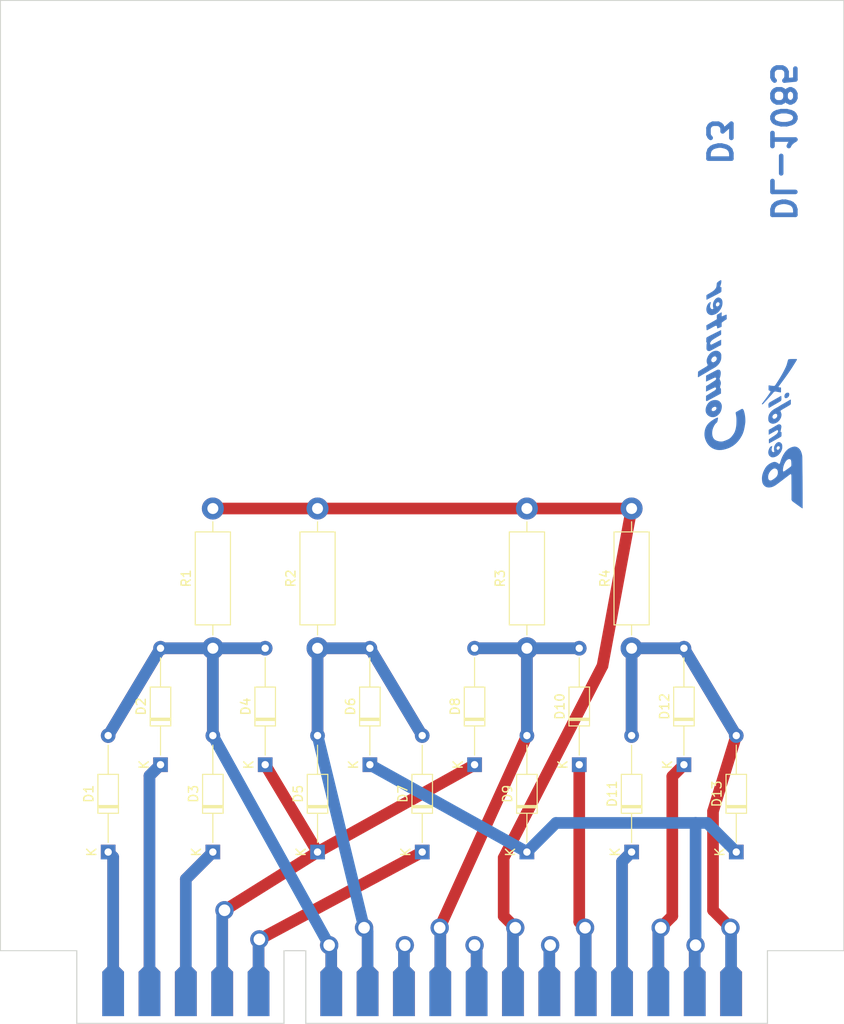
<source format=kicad_pcb>
(kicad_pcb (version 20211014) (generator pcbnew)
  (layers (0 "F.Cu" signal) (31 "B.Cu" signal) (34 "B.Paste" user) (35 "F.Paste" user) (36 "B.SilkS" user "B.Silkscreen") (37 "F.SilkS" user "F.Silkscreen") (38 "B.Mask" user) (39 "F.Mask" user) (44 "Edge.Cuts" user))
  (net 0 "")
  (net 1 "/+100V")
  (net 2 "/C_{1}")
  (net 3 "/C_{2}")
  (net 4 "/C_{3}")
  (net 5 "/C_{7}")
  (net 6 "/P_{1,2,3,4}")
  (net 7 "/C_{4,5,8}")
  (net 8 "/P_{5,6,7}")
  (net 9 "/C_{6,9,13}")
  (net 10 "/P_{8,9,10}")
  (net 11 "/C_{10}")
  (net 12 "/C_{11}")
  (net 13 "/P_{11,12,13}")
  (net 14 "/C_{12}")
  (net 15 "/NC3")
  (net 16 "/NC2")
  (net 17 "/NC1")
  (footprint "Diode_THT:D_DO-35_SOD27_P12.70mm_Horizontal" (layer "F.Cu") (at 128.905 133.35 90)
    (fp_text reference "D4")
    (fp_text value "1N4007")
  )
  (footprint "Resistor_THT:R_Axial_DIN0411_L9.9mm_D3.6mm_P15.24mm_Horizontal" (layer "F.Cu") (at 134.62 120.65 90)
    (fp_text reference "R2")
    (fp_text value "110K 1/2W 5%")
  )
  (footprint "Diode_THT:D_DO-35_SOD27_P12.70mm_Horizontal" (layer "F.Cu") (at 123.19 142.875 90)
    (fp_text reference "D3")
    (fp_text value "1N4007")
  )
  (footprint "Diode_THT:D_DO-35_SOD27_P12.70mm_Horizontal" (layer "F.Cu") (at 157.48 142.875 90)
    (fp_text reference "D9")
    (fp_text value "1N4007")
  )
  (footprint "Diode_THT:D_DO-35_SOD27_P12.70mm_Horizontal" (layer "F.Cu") (at 151.765 133.35 90)
    (fp_text reference "D8")
    (fp_text value "1N4007")
  )
  (footprint "Diode_THT:D_DO-35_SOD27_P12.70mm_Horizontal" (layer "F.Cu") (at 111.76 142.875 90)
    (fp_text reference "D1")
    (fp_text value "1N4007")
  )
  (footprint "Diode_THT:D_DO-35_SOD27_P12.70mm_Horizontal" (layer "F.Cu") (at 140.335 133.35 90)
    (fp_text reference "D6")
    (fp_text value "1N4007")
  )
  (footprint "Bendix_G15:Card_Edge_P_Key" (layer "F.Cu") (at 146.0375 153.632)
    (fp_text reference "J1")
    (fp_text value "Conn_02x18_Row_Letter_First")
    (fp_line (start -15.08125 0) (end -15.08125 7.9375) (layer "Edge.Cuts") (width 0.12))
    (fp_line (start -37.703125 7.9375) (end -37.703125 0) (layer "Edge.Cuts") (width 0.12))
    (fp_line (start 37.703125 0) (end 37.703125 7.9375) (layer "Edge.Cuts") (width 0.12))
    (fp_line (start 37.703125 7.9375) (end -12.7 7.9375) (layer "Edge.Cuts") (width 0.12))
    (fp_line (start -15.08125 7.9375) (end -37.703125 7.9375) (layer "Edge.Cuts") (width 0.12))
    (fp_line (start -12.7 7.9375) (end -12.7 0) (layer "Edge.Cuts") (width 0.12))
    (fp_line (start -15.08125 0) (end -12.7 0) (layer "Edge.Cuts") (width 0.12))
  )
  (footprint "Diode_THT:D_DO-35_SOD27_P12.70mm_Horizontal" (layer "F.Cu") (at 174.625 133.35 90)
    (fp_text reference "D12")
    (fp_text value "1N4007")
  )
  (footprint "Diode_THT:D_DO-35_SOD27_P12.70mm_Horizontal" (layer "F.Cu") (at 134.62 142.875 90)
    (fp_text reference "D5")
    (fp_text value "1N4007")
  )
  (footprint "Resistor_THT:R_Axial_DIN0411_L9.9mm_D3.6mm_P15.24mm_Horizontal" (layer "F.Cu") (at 123.19 120.65 90)
    (fp_text reference "R1")
    (fp_text value "110K 1/2W 5%")
  )
  (footprint "Resistor_THT:R_Axial_DIN0411_L9.9mm_D3.6mm_P15.24mm_Horizontal" (layer "F.Cu") (at 168.91 120.65 90)
    (fp_text reference "R4")
    (fp_text value "110K 1/2W 5%")
  )
  (footprint "Resistor_THT:R_Axial_DIN0411_L9.9mm_D3.6mm_P15.24mm_Horizontal" (layer "F.Cu") (at 157.48 120.65 90)
    (fp_text reference "R3")
    (fp_text value "110K 1/2W 5%")
  )
  (footprint "Diode_THT:D_DO-35_SOD27_P12.70mm_Horizontal" (layer "F.Cu") (at 117.475 133.35 90)
    (fp_text reference "D2")
    (fp_text value "1N4007")
  )
  (footprint "Diode_THT:D_DO-35_SOD27_P12.70mm_Horizontal" (layer "F.Cu") (at 163.195 133.35 90)
    (fp_text reference "D10")
    (fp_text value "1N4007")
  )
  (footprint "Diode_THT:D_DO-35_SOD27_P12.70mm_Horizontal" (layer "F.Cu") (at 146.05 142.875 90)
    (fp_text reference "D7")
    (fp_text value "1N4007")
  )
  (footprint "Diode_THT:D_DO-35_SOD27_P12.70mm_Horizontal" (layer "F.Cu") (at 180.34 142.875 90)
    (fp_text reference "D13")
    (fp_text value "1N4007")
  )
  (footprint "Diode_THT:D_DO-35_SOD27_P12.70mm_Horizontal" (layer "F.Cu") (at 168.91 142.875 90)
    (fp_text reference "D11")
    (fp_text value "1N4007")
  )
  (footprint "LOGO" (layer "B.Cu") (at 185.42 97.155 90)
    (fp_text reference "G***" hide)
    (fp_text value "LOGO" hide)
  )
  (footprint "LOGO" (layer "B.Cu") (at 179.07 89.535 90)
    (fp_text reference "G***" hide)
    (fp_text value "LOGO" hide)
  )
  (gr_line (start 100 50) (end 192.075 50) (layer "Edge.Cuts") (width 0.1))
  (gr_line (start 192.075 50) (end 192.075 153.632) (layer "Edge.Cuts") (width 0.1))
  (gr_line (start 108.334375 153.632) (end 100 153.632) (layer "Edge.Cuts") (width 0.1))
  (gr_line (start 100 50) (end 100 153.632) (layer "Edge.Cuts") (width 0.1))
  (gr_line (start 183.740625 153.632) (end 192.075 153.632) (layer "Edge.Cuts") (width 0.1))
  (gr_text "D3" (at 178.435 65.405 270) (layer "B.Cu") (effects (font (size 2.5 2.5) (thickness 0.5)) (justify mirror)))
  (gr_text "DL-1085" (at 185.42 65.405 270) (layer "B.Cu") (effects (font (size 2.5 2.5) (thickness 0.5)) (justify mirror)))
  (segment (start 155.959375 151.380625) (end 156.21 151.13) (width 1.27) (layer "F.Cu") (net 1))
  (segment (start 154.94 143.51) (end 165.735 122.555) (width 1.27) (layer "F.Cu") (net 1))
  (segment (start 165.735 122.555) (end 168.91 105.41) (width 1.27) (layer "F.Cu") (net 1))
  (segment (start 154.94 149.86) (end 154.94 143.51) (width 1.27) (layer "F.Cu") (net 1))
  (segment (start 156.21 151.13) (end 154.94 149.86) (width 1.27) (layer "F.Cu") (net 1))
  (segment (start 155.959375 157.997625) (end 155.959375 151.380625) (width 1.27) (layer "F.Cu") (net 1))
  (segment (start 123.19 105.41) (end 168.91 105.41) (width 1.27) (layer "F.Cu") (net 1))
  (via (at 156.21 151.13) (size 2) (drill 1.27) (layers "F.Cu" "B.Cu") (net 1))
  (segment (start 155.959375 157.997625) (end 155.959375 151.380625) (width 1.27) (layer "B.Cu") (net 1))
  (segment (start 155.959375 151.380625) (end 156.21 151.13) (width 1.27) (layer "B.Cu") (net 1))
  (segment (start 112.303125 157.997625) (end 112.303125 143.418125) (width 1.27) (layer "F.Cu") (net 2))
  (segment (start 112.303125 143.418125) (end 111.76 142.875) (width 1.27) (layer "F.Cu") (net 2))
  (segment (start 112.303125 143.418125) (end 111.76 142.875) (width 1.27) (layer "B.Cu") (net 2))
  (segment (start 112.303125 157.997625) (end 112.303125 143.418125) (width 1.27) (layer "B.Cu") (net 2))
  (segment (start 116.271875 134.553125) (end 117.475 133.35) (width 1.27) (layer "F.Cu") (net 3))
  (segment (start 116.271875 157.997625) (end 116.271875 134.553125) (width 1.27) (layer "F.Cu") (net 3))
  (segment (start 116.271875 157.997625) (end 116.271875 134.553125) (width 1.27) (layer "B.Cu") (net 3))
  (segment (start 116.271875 134.553125) (end 117.475 133.35) (width 1.27) (layer "B.Cu") (net 3))
  (segment (start 120.240625 157.997625) (end 120.240625 145.824375) (width 1.27) (layer "F.Cu") (net 4))
  (segment (start 120.240625 145.824375) (end 123.19 142.875) (width 1.27) (layer "F.Cu") (net 4))
  (segment (start 120.240625 145.824375) (end 123.19 142.875) (width 1.27) (layer "B.Cu") (net 4))
  (segment (start 120.240625 157.997625) (end 120.240625 145.824375) (width 1.27) (layer "B.Cu") (net 4))
  (segment (start 128.178125 157.997625) (end 128.178125 152.491875) (width 1.27) (layer "F.Cu") (net 5))
  (segment (start 128.178125 152.491875) (end 128.27 152.4) (width 1.27) (layer "F.Cu") (net 5))
  (segment (start 128.27 152.4) (end 146.05 142.875) (width 1.27) (layer "F.Cu") (net 5))
  (via (at 128.27 152.4) (size 2) (drill 1.27) (layers "F.Cu" "B.Cu") (net 5))
  (segment (start 128.178125 157.997625) (end 128.178125 152.491875) (width 1.27) (layer "B.Cu") (net 5))
  (segment (start 128.178125 152.491875) (end 128.27 152.4) (width 1.27) (layer "B.Cu") (net 5))
  (segment (start 136.115625 153.260625) (end 135.89 153.035) (width 1.27) (layer "F.Cu") (net 6))
  (segment (start 128.905 120.65) (end 117.475 120.65) (width 1.27) (layer "F.Cu") (net 6))
  (segment (start 111.76 130.175) (end 117.475 120.65) (width 1.27) (layer "F.Cu") (net 6))
  (segment (start 123.19 130.175) (end 123.19 120.65) (width 1.27) (layer "F.Cu") (net 6))
  (segment (start 136.115625 157.997625) (end 136.115625 153.260625) (width 1.27) (layer "F.Cu") (net 6))
  (via (at 135.89 153.035) (size 2) (drill 1.27) (layers "F.Cu" "B.Cu") (net 6))
  (segment (start 111.76 130.175) (end 117.475 120.65) (width 1.27) (layer "B.Cu") (net 6))
  (segment (start 123.19 120.65) (end 117.475 120.65) (width 1.27) (layer "B.Cu") (net 6))
  (segment (start 135.89 153.035) (end 123.19 130.175) (width 1.27) (layer "B.Cu") (net 6))
  (segment (start 136.115625 153.260625) (end 135.89 153.035) (width 1.27) (layer "B.Cu") (net 6))
  (segment (start 128.905 120.65) (end 123.19 120.65) (width 1.27) (layer "B.Cu") (net 6))
  (segment (start 123.19 130.175) (end 123.19 120.65) (width 1.27) (layer "B.Cu") (net 6))
  (segment (start 136.115625 157.997625) (end 136.115625 153.260625) (width 1.27) (layer "B.Cu") (net 6))
  (segment (start 124.209375 157.997625) (end 124.209375 149.475625) (width 1.27) (layer "F.Cu") (net 7))
  (segment (start 124.209375 149.475625) (end 124.46 149.225) (width 1.27) (layer "F.Cu") (net 7))
  (segment (start 134.62 142.875) (end 128.905 133.35) (width 1.27) (layer "F.Cu") (net 7))
  (segment (start 134.62 142.875) (end 151.765 133.35) (width 1.27) (layer "F.Cu") (net 7))
  (segment (start 124.46 149.225) (end 134.62 142.875) (width 1.27) (layer "F.Cu") (net 7))
  (via (at 124.46 149.225) (size 2) (drill 1.27) (layers "F.Cu" "B.Cu") (net 7))
  (segment (start 124.209375 149.475625) (end 124.46 149.225) (width 1.27) (layer "B.Cu") (net 7))
  (segment (start 124.209375 157.997625) (end 124.209375 149.475625) (width 1.27) (layer "B.Cu") (net 7))
  (segment (start 140.084375 157.997625) (end 140.084375 151.514375) (width 1.27) (layer "F.Cu") (net 8))
  (segment (start 134.62 120.65) (end 140.335 120.65) (width 1.27) (layer "F.Cu") (net 8))
  (segment (start 146.05 130.175) (end 140.335 120.65) (width 1.27) (layer "F.Cu") (net 8))
  (segment (start 134.62 130.175) (end 134.62 120.65) (width 1.27) (layer "F.Cu") (net 8))
  (segment (start 140.084375 151.514375) (end 139.7 151.13) (width 1.27) (layer "F.Cu") (net 8))
  (via (at 139.7 151.13) (size 2) (drill 1.27) (layers "F.Cu" "B.Cu") (net 8))
  (segment (start 139.7 151.13) (end 134.62 130.175) (width 1.27) (layer "B.Cu") (net 8))
  (segment (start 140.084375 157.997625) (end 140.084375 151.514375) (width 1.27) (layer "B.Cu") (net 8))
  (segment (start 140.084375 151.514375) (end 139.7 151.13) (width 1.27) (layer "B.Cu") (net 8))
  (segment (start 140.335 120.65) (end 146.05 130.175) (width 1.27) (layer "B.Cu") (net 8))
  (segment (start 134.62 130.175) (end 134.62 120.65) (width 1.27) (layer "B.Cu") (net 8))
  (segment (start 134.62 120.65) (end 140.335 120.65) (width 1.27) (layer "B.Cu") (net 8))
  (segment (start 175.803125 157.997625) (end 175.803125 153.126875) (width 1.27) (layer "F.Cu") (net 9))
  (segment (start 175.803125 153.126875) (end 175.895 153.035) (width 1.27) (layer "F.Cu") (net 9))
  (via (at 175.895 153.035) (size 2) (drill 1.27) (layers "F.Cu" "B.Cu") (net 9))
  (segment (start 175.895 139.7) (end 177.165 139.7) (width 1.27) (layer "B.Cu") (net 9))
  (segment (start 175.895 139.7) (end 160.655 139.7) (width 1.27) (layer "B.Cu") (net 9))
  (segment (start 175.803125 153.126875) (end 175.895 153.035) (width 1.27) (layer "B.Cu") (net 9))
  (segment (start 157.48 142.875) (end 140.335 133.35) (width 1.27) (layer "B.Cu") (net 9))
  (segment (start 175.895 153.035) (end 175.895 139.7) (width 1.27) (layer "B.Cu") (net 9))
  (segment (start 175.803125 157.997625) (end 175.803125 153.126875) (width 1.27) (layer "B.Cu") (net 9))
  (segment (start 177.165 139.7) (end 180.34 142.875) (width 1.27) (layer "B.Cu") (net 9))
  (segment (start 160.655 139.7) (end 157.48 142.875) (width 1.27) (layer "B.Cu") (net 9))
  (segment (start 151.765 120.65) (end 163.195 120.65) (width 1.27) (layer "F.Cu") (net 10))
  (segment (start 157.48 130.175) (end 157.48 120.65) (width 1.27) (layer "F.Cu") (net 10))
  (segment (start 147.955 151.13) (end 157.48 130.175) (width 1.27) (layer "F.Cu") (net 10))
  (segment (start 148.021875 157.997625) (end 148.021875 151.196875) (width 1.27) (layer "F.Cu") (net 10))
  (segment (start 148.021875 151.196875) (end 147.955 151.13) (width 1.27) (layer "F.Cu") (net 10))
  (via (at 147.955 151.13) (size 2) (drill 1.27) (layers "F.Cu" "B.Cu") (net 10))
  (segment (start 148.021875 157.997625) (end 148.021875 151.196875) (width 1.27) (layer "B.Cu") (net 10))
  (segment (start 151.765 120.65) (end 157.48 120.65) (width 1.27) (layer "B.Cu") (net 10))
  (segment (start 157.48 130.175) (end 157.48 120.65) (width 1.27) (layer "B.Cu") (net 10))
  (segment (start 148.021875 151.196875) (end 147.955 151.13) (width 1.27) (layer "B.Cu") (net 10))
  (segment (start 163.195 120.65) (end 157.48 120.65) (width 1.27) (layer "B.Cu") (net 10))
  (segment (start 163.83 151.13) (end 163.195 150.495) (width 1.27) (layer "F.Cu") (net 11))
  (segment (start 163.896875 151.196875) (end 163.83 151.13) (width 1.27) (layer "F.Cu") (net 11))
  (segment (start 163.896875 157.997625) (end 163.896875 151.196875) (width 1.27) (layer "F.Cu") (net 11))
  (segment (start 163.195 150.495) (end 163.195 133.35) (width 1.27) (layer "F.Cu") (net 11))
  (via (at 163.83 151.13) (size 2) (drill 1.27) (layers "F.Cu" "B.Cu") (net 11))
  (segment (start 163.896875 157.997625) (end 163.896875 151.196875) (width 1.27) (layer "B.Cu") (net 11))
  (segment (start 163.896875 151.196875) (end 163.83 151.13) (width 1.27) (layer "B.Cu") (net 11))
  (segment (start 167.865625 143.919375) (end 168.91 142.875) (width 1.27) (layer "F.Cu") (net 12))
  (segment (start 167.865625 157.997625) (end 167.865625 143.919375) (width 1.27) (layer "F.Cu") (net 12))
  (segment (start 167.865625 157.997625) (end 167.865625 143.919375) (width 1.27) (layer "B.Cu") (net 12))
  (segment (start 167.865625 143.919375) (end 168.91 142.875) (width 1.27) (layer "B.Cu") (net 12))
  (segment (start 179.771875 157.997625) (end 179.771875 151.196875) (width 1.27) (layer "F.Cu") (net 13))
  (segment (start 177.8 138.43) (end 180.34 130.175) (width 1.27) (layer "F.Cu") (net 13))
  (segment (start 177.8 149.225) (end 177.8 138.43) (width 1.27) (layer "F.Cu") (net 13))
  (segment (start 180.34 130.175) (end 174.625 120.65) (width 1.27) (layer "F.Cu") (net 13))
  (segment (start 168.91 130.175) (end 168.91 120.65) (width 1.27) (layer "F.Cu") (net 13))
  (segment (start 179.771875 151.196875) (end 179.705 151.13) (width 1.27) (layer "F.Cu") (net 13))
  (segment (start 179.705 151.13) (end 177.8 149.225) (width 1.27) (layer "F.Cu") (net 13))
  (segment (start 168.91 120.65) (end 174.625 120.65) (width 1.27) (layer "F.Cu") (net 13))
  (via (at 179.705 151.13) (size 2) (drill 1.27) (layers "F.Cu" "B.Cu") (net 13))
  (segment (start 179.771875 151.196875) (end 179.705 151.13) (width 1.27) (layer "B.Cu") (net 13))
  (segment (start 179.771875 157.997625) (end 179.771875 151.196875) (width 1.27) (layer "B.Cu") (net 13))
  (segment (start 168.91 130.175) (end 168.91 120.65) (width 1.27) (layer "B.Cu") (net 13))
  (segment (start 168.91 120.65) (end 174.625 120.65) (width 1.27) (layer "B.Cu") (net 13))
  (segment (start 174.625 120.65) (end 180.34 130.175) (width 1.27) (layer "B.Cu") (net 13))
  (segment (start 173.355 149.86) (end 173.355 134.62) (width 1.27) (layer "F.Cu") (net 14))
  (segment (start 173.355 134.62) (end 174.625 133.35) (width 1.27) (layer "F.Cu") (net 14))
  (segment (start 171.834375 157.997625) (end 171.834375 151.380625) (width 1.27) (layer "F.Cu") (net 14))
  (segment (start 171.834375 151.380625) (end 172.085 151.13) (width 1.27) (layer "F.Cu") (net 14))
  (segment (start 172.085 151.13) (end 173.355 149.86) (width 1.27) (layer "F.Cu") (net 14))
  (via (at 172.085 151.13) (size 2) (drill 1.27) (layers "F.Cu" "B.Cu") (net 14))
  (segment (start 171.834375 151.380625) (end 172.085 151.13) (width 1.27) (layer "B.Cu") (net 14))
  (segment (start 171.834375 157.997625) (end 171.834375 151.380625) (width 1.27) (layer "B.Cu") (net 14))
  (segment (start 159.928125 157.997625) (end 159.928125 153.126875) (width 1.27) (layer "F.Cu") (net 15))
  (segment (start 159.928125 153.126875) (end 160.02 153.035) (width 1.27) (layer "F.Cu") (net 15))
  (via (at 160.02 153.035) (size 2) (drill 1.27) (layers "F.Cu" "B.Cu") (net 15))
  (segment (start 159.928125 153.126875) (end 160.02 153.035) (width 1.27) (layer "B.Cu") (net 15))
  (segment (start 159.928125 157.997625) (end 159.928125 153.126875) (width 1.27) (layer "B.Cu") (net 15))
  (segment (start 151.990625 153.260625) (end 151.765 153.035) (width 1.27) (layer "F.Cu") (net 16))
  (segment (start 151.990625 157.997625) (end 151.990625 153.260625) (width 1.27) (layer "F.Cu") (net 16))
  (via (at 151.765 153.035) (size 2) (drill 1.27) (layers "F.Cu" "B.Cu") (net 16))
  (segment (start 151.990625 157.997625) (end 151.990625 153.260625) (width 1.27) (layer "B.Cu") (net 16))
  (segment (start 151.990625 153.260625) (end 151.765 153.035) (width 1.27) (layer "B.Cu") (net 16))
  (segment (start 144.053125 157.997625) (end 144.053125 153.126875) (width 1.27) (layer "F.Cu") (net 17))
  (segment (start 144.053125 153.126875) (end 144.145 153.035) (width 1.27) (layer "F.Cu") (net 17))
  (via (at 144.145 153.035) (size 2) (drill 1.27) (layers "F.Cu" "B.Cu") (net 17))
  (segment (start 144.053125 157.997625) (end 144.053125 153.126875) (width 1.27) (layer "B.Cu") (net 17))
  (segment (start 144.053125 153.126875) (end 144.145 153.035) (width 1.27) (layer "B.Cu") (net 17))
)
</source>
